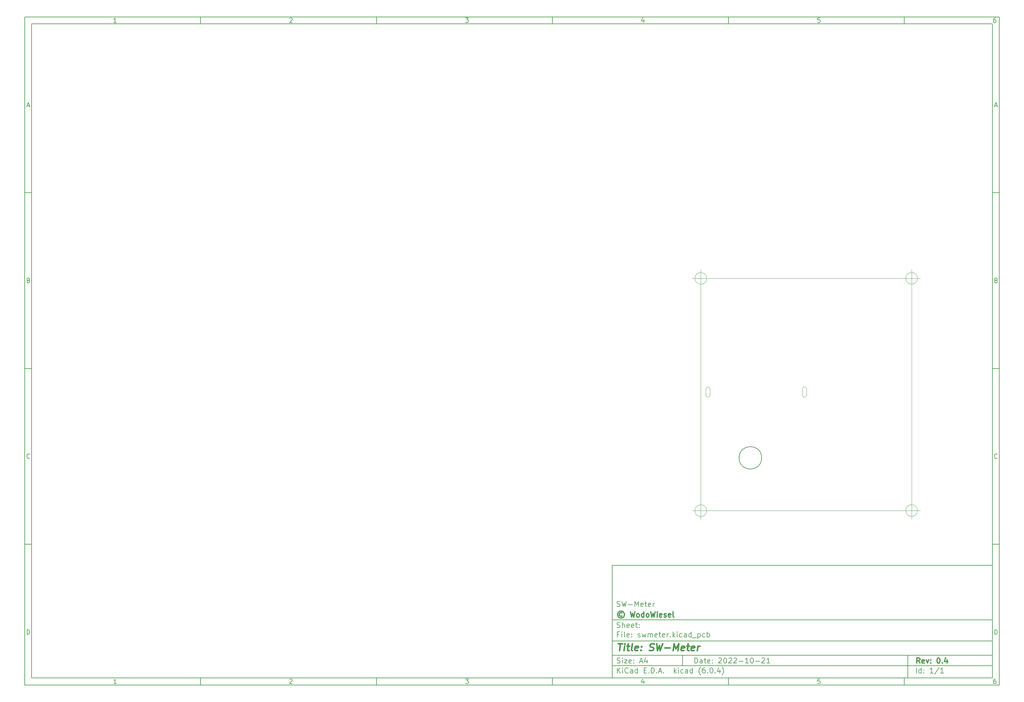
<source format=gbr>
%TF.GenerationSoftware,KiCad,Pcbnew,(6.0.4)*%
%TF.CreationDate,2022-12-17T16:47:49+01:00*%
%TF.ProjectId,swmeter,73776d65-7465-4722-9e6b-696361645f70,0.4*%
%TF.SameCoordinates,PXc0c6960PY8f71310*%
%TF.FileFunction,Other,Comment*%
%FSLAX46Y46*%
G04 Gerber Fmt 4.6, Leading zero omitted, Abs format (unit mm)*
G04 Created by KiCad (PCBNEW (6.0.4)) date 2022-12-17 16:47:49*
%MOMM*%
%LPD*%
G01*
G04 APERTURE LIST*
%ADD10C,0.100000*%
%ADD11C,0.150000*%
%ADD12C,0.300000*%
%ADD13C,0.400000*%
%TA.AperFunction,Profile*%
%ADD14C,0.100000*%
%TD*%
G04 APERTURE END LIST*
D10*
D11*
X-25137800Y-15597200D02*
X-25137800Y-47597200D01*
X82862200Y-47597200D01*
X82862200Y-15597200D01*
X-25137800Y-15597200D01*
D10*
D11*
X-192140000Y140410000D02*
X-192140000Y-49597200D01*
X84862200Y-49597200D01*
X84862200Y140410000D01*
X-192140000Y140410000D01*
D10*
D11*
X-190140000Y138410000D02*
X-190140000Y-47597200D01*
X82862200Y-47597200D01*
X82862200Y138410000D01*
X-190140000Y138410000D01*
D10*
D11*
X-142140000Y138410000D02*
X-142140000Y140410000D01*
D10*
D11*
X-92140000Y138410000D02*
X-92140000Y140410000D01*
D10*
D11*
X-42140000Y138410000D02*
X-42140000Y140410000D01*
D10*
D11*
X7860000Y138410000D02*
X7860000Y140410000D01*
D10*
D11*
X57860000Y138410000D02*
X57860000Y140410000D01*
D10*
D11*
X-166074524Y138821905D02*
X-166817381Y138821905D01*
X-166445953Y138821905D02*
X-166445953Y140121905D01*
X-166569762Y139936191D01*
X-166693572Y139812381D01*
X-166817381Y139750477D01*
D10*
D11*
X-116817381Y139998096D02*
X-116755477Y140060000D01*
X-116631667Y140121905D01*
X-116322143Y140121905D01*
X-116198334Y140060000D01*
X-116136429Y139998096D01*
X-116074524Y139874286D01*
X-116074524Y139750477D01*
X-116136429Y139564762D01*
X-116879286Y138821905D01*
X-116074524Y138821905D01*
D10*
D11*
X-66879286Y140121905D02*
X-66074524Y140121905D01*
X-66507858Y139626667D01*
X-66322143Y139626667D01*
X-66198334Y139564762D01*
X-66136429Y139502858D01*
X-66074524Y139379048D01*
X-66074524Y139069524D01*
X-66136429Y138945715D01*
X-66198334Y138883810D01*
X-66322143Y138821905D01*
X-66693572Y138821905D01*
X-66817381Y138883810D01*
X-66879286Y138945715D01*
D10*
D11*
X-16198334Y139688572D02*
X-16198334Y138821905D01*
X-16507858Y140183810D02*
X-16817381Y139255239D01*
X-16012620Y139255239D01*
D10*
D11*
X33863571Y140121905D02*
X33244523Y140121905D01*
X33182619Y139502858D01*
X33244523Y139564762D01*
X33368333Y139626667D01*
X33677857Y139626667D01*
X33801666Y139564762D01*
X33863571Y139502858D01*
X33925476Y139379048D01*
X33925476Y139069524D01*
X33863571Y138945715D01*
X33801666Y138883810D01*
X33677857Y138821905D01*
X33368333Y138821905D01*
X33244523Y138883810D01*
X33182619Y138945715D01*
D10*
D11*
X83801666Y140121905D02*
X83554047Y140121905D01*
X83430238Y140060000D01*
X83368333Y139998096D01*
X83244523Y139812381D01*
X83182619Y139564762D01*
X83182619Y139069524D01*
X83244523Y138945715D01*
X83306428Y138883810D01*
X83430238Y138821905D01*
X83677857Y138821905D01*
X83801666Y138883810D01*
X83863571Y138945715D01*
X83925476Y139069524D01*
X83925476Y139379048D01*
X83863571Y139502858D01*
X83801666Y139564762D01*
X83677857Y139626667D01*
X83430238Y139626667D01*
X83306428Y139564762D01*
X83244523Y139502858D01*
X83182619Y139379048D01*
D10*
D11*
X-142140000Y-47597200D02*
X-142140000Y-49597200D01*
D10*
D11*
X-92140000Y-47597200D02*
X-92140000Y-49597200D01*
D10*
D11*
X-42140000Y-47597200D02*
X-42140000Y-49597200D01*
D10*
D11*
X7860000Y-47597200D02*
X7860000Y-49597200D01*
D10*
D11*
X57860000Y-47597200D02*
X57860000Y-49597200D01*
D10*
D11*
X-166074524Y-49185295D02*
X-166817381Y-49185295D01*
X-166445953Y-49185295D02*
X-166445953Y-47885295D01*
X-166569762Y-48071009D01*
X-166693572Y-48194819D01*
X-166817381Y-48256723D01*
D10*
D11*
X-116817381Y-48009104D02*
X-116755477Y-47947200D01*
X-116631667Y-47885295D01*
X-116322143Y-47885295D01*
X-116198334Y-47947200D01*
X-116136429Y-48009104D01*
X-116074524Y-48132914D01*
X-116074524Y-48256723D01*
X-116136429Y-48442438D01*
X-116879286Y-49185295D01*
X-116074524Y-49185295D01*
D10*
D11*
X-66879286Y-47885295D02*
X-66074524Y-47885295D01*
X-66507858Y-48380533D01*
X-66322143Y-48380533D01*
X-66198334Y-48442438D01*
X-66136429Y-48504342D01*
X-66074524Y-48628152D01*
X-66074524Y-48937676D01*
X-66136429Y-49061485D01*
X-66198334Y-49123390D01*
X-66322143Y-49185295D01*
X-66693572Y-49185295D01*
X-66817381Y-49123390D01*
X-66879286Y-49061485D01*
D10*
D11*
X-16198334Y-48318628D02*
X-16198334Y-49185295D01*
X-16507858Y-47823390D02*
X-16817381Y-48751961D01*
X-16012620Y-48751961D01*
D10*
D11*
X33863571Y-47885295D02*
X33244523Y-47885295D01*
X33182619Y-48504342D01*
X33244523Y-48442438D01*
X33368333Y-48380533D01*
X33677857Y-48380533D01*
X33801666Y-48442438D01*
X33863571Y-48504342D01*
X33925476Y-48628152D01*
X33925476Y-48937676D01*
X33863571Y-49061485D01*
X33801666Y-49123390D01*
X33677857Y-49185295D01*
X33368333Y-49185295D01*
X33244523Y-49123390D01*
X33182619Y-49061485D01*
D10*
D11*
X83801666Y-47885295D02*
X83554047Y-47885295D01*
X83430238Y-47947200D01*
X83368333Y-48009104D01*
X83244523Y-48194819D01*
X83182619Y-48442438D01*
X83182619Y-48937676D01*
X83244523Y-49061485D01*
X83306428Y-49123390D01*
X83430238Y-49185295D01*
X83677857Y-49185295D01*
X83801666Y-49123390D01*
X83863571Y-49061485D01*
X83925476Y-48937676D01*
X83925476Y-48628152D01*
X83863571Y-48504342D01*
X83801666Y-48442438D01*
X83677857Y-48380533D01*
X83430238Y-48380533D01*
X83306428Y-48442438D01*
X83244523Y-48504342D01*
X83182619Y-48628152D01*
D10*
D11*
X-192140000Y90410000D02*
X-190140000Y90410000D01*
D10*
D11*
X-192140000Y40410000D02*
X-190140000Y40410000D01*
D10*
D11*
X-192140000Y-9590000D02*
X-190140000Y-9590000D01*
D10*
D11*
X-191449524Y115193334D02*
X-190830477Y115193334D01*
X-191573334Y114821905D02*
X-191140000Y116121905D01*
X-190706667Y114821905D01*
D10*
D11*
X-191047143Y65502858D02*
X-190861429Y65440953D01*
X-190799524Y65379048D01*
X-190737620Y65255239D01*
X-190737620Y65069524D01*
X-190799524Y64945715D01*
X-190861429Y64883810D01*
X-190985239Y64821905D01*
X-191480477Y64821905D01*
X-191480477Y66121905D01*
X-191047143Y66121905D01*
X-190923334Y66060000D01*
X-190861429Y65998096D01*
X-190799524Y65874286D01*
X-190799524Y65750477D01*
X-190861429Y65626667D01*
X-190923334Y65564762D01*
X-191047143Y65502858D01*
X-191480477Y65502858D01*
D10*
D11*
X-190737620Y14945715D02*
X-190799524Y14883810D01*
X-190985239Y14821905D01*
X-191109048Y14821905D01*
X-191294762Y14883810D01*
X-191418572Y15007620D01*
X-191480477Y15131429D01*
X-191542381Y15379048D01*
X-191542381Y15564762D01*
X-191480477Y15812381D01*
X-191418572Y15936191D01*
X-191294762Y16060000D01*
X-191109048Y16121905D01*
X-190985239Y16121905D01*
X-190799524Y16060000D01*
X-190737620Y15998096D01*
D10*
D11*
X-191480477Y-35178095D02*
X-191480477Y-33878095D01*
X-191170953Y-33878095D01*
X-190985239Y-33940000D01*
X-190861429Y-34063809D01*
X-190799524Y-34187619D01*
X-190737620Y-34435238D01*
X-190737620Y-34620952D01*
X-190799524Y-34868571D01*
X-190861429Y-34992380D01*
X-190985239Y-35116190D01*
X-191170953Y-35178095D01*
X-191480477Y-35178095D01*
D10*
D11*
X84862200Y90410000D02*
X82862200Y90410000D01*
D10*
D11*
X84862200Y40410000D02*
X82862200Y40410000D01*
D10*
D11*
X84862200Y-9590000D02*
X82862200Y-9590000D01*
D10*
D11*
X83552676Y115193334D02*
X84171723Y115193334D01*
X83428866Y114821905D02*
X83862200Y116121905D01*
X84295533Y114821905D01*
D10*
D11*
X83955057Y65502858D02*
X84140771Y65440953D01*
X84202676Y65379048D01*
X84264580Y65255239D01*
X84264580Y65069524D01*
X84202676Y64945715D01*
X84140771Y64883810D01*
X84016961Y64821905D01*
X83521723Y64821905D01*
X83521723Y66121905D01*
X83955057Y66121905D01*
X84078866Y66060000D01*
X84140771Y65998096D01*
X84202676Y65874286D01*
X84202676Y65750477D01*
X84140771Y65626667D01*
X84078866Y65564762D01*
X83955057Y65502858D01*
X83521723Y65502858D01*
D10*
D11*
X84264580Y14945715D02*
X84202676Y14883810D01*
X84016961Y14821905D01*
X83893152Y14821905D01*
X83707438Y14883810D01*
X83583628Y15007620D01*
X83521723Y15131429D01*
X83459819Y15379048D01*
X83459819Y15564762D01*
X83521723Y15812381D01*
X83583628Y15936191D01*
X83707438Y16060000D01*
X83893152Y16121905D01*
X84016961Y16121905D01*
X84202676Y16060000D01*
X84264580Y15998096D01*
D10*
D11*
X83521723Y-35178095D02*
X83521723Y-33878095D01*
X83831247Y-33878095D01*
X84016961Y-33940000D01*
X84140771Y-34063809D01*
X84202676Y-34187619D01*
X84264580Y-34435238D01*
X84264580Y-34620952D01*
X84202676Y-34868571D01*
X84140771Y-34992380D01*
X84016961Y-35116190D01*
X83831247Y-35178095D01*
X83521723Y-35178095D01*
D10*
D11*
X-1705658Y-43375771D02*
X-1705658Y-41875771D01*
X-1348515Y-41875771D01*
X-1134229Y-41947200D01*
X-991372Y-42090057D01*
X-919943Y-42232914D01*
X-848515Y-42518628D01*
X-848515Y-42732914D01*
X-919943Y-43018628D01*
X-991372Y-43161485D01*
X-1134229Y-43304342D01*
X-1348515Y-43375771D01*
X-1705658Y-43375771D01*
X437200Y-43375771D02*
X437200Y-42590057D01*
X365771Y-42447200D01*
X222914Y-42375771D01*
X-62800Y-42375771D01*
X-205658Y-42447200D01*
X437200Y-43304342D02*
X294342Y-43375771D01*
X-62800Y-43375771D01*
X-205658Y-43304342D01*
X-277086Y-43161485D01*
X-277086Y-43018628D01*
X-205658Y-42875771D01*
X-62800Y-42804342D01*
X294342Y-42804342D01*
X437200Y-42732914D01*
X937200Y-42375771D02*
X1508628Y-42375771D01*
X1151485Y-41875771D02*
X1151485Y-43161485D01*
X1222914Y-43304342D01*
X1365771Y-43375771D01*
X1508628Y-43375771D01*
X2580057Y-43304342D02*
X2437200Y-43375771D01*
X2151485Y-43375771D01*
X2008628Y-43304342D01*
X1937200Y-43161485D01*
X1937200Y-42590057D01*
X2008628Y-42447200D01*
X2151485Y-42375771D01*
X2437200Y-42375771D01*
X2580057Y-42447200D01*
X2651485Y-42590057D01*
X2651485Y-42732914D01*
X1937200Y-42875771D01*
X3294342Y-43232914D02*
X3365771Y-43304342D01*
X3294342Y-43375771D01*
X3222914Y-43304342D01*
X3294342Y-43232914D01*
X3294342Y-43375771D01*
X3294342Y-42447200D02*
X3365771Y-42518628D01*
X3294342Y-42590057D01*
X3222914Y-42518628D01*
X3294342Y-42447200D01*
X3294342Y-42590057D01*
X5080057Y-42018628D02*
X5151485Y-41947200D01*
X5294342Y-41875771D01*
X5651485Y-41875771D01*
X5794342Y-41947200D01*
X5865771Y-42018628D01*
X5937200Y-42161485D01*
X5937200Y-42304342D01*
X5865771Y-42518628D01*
X5008628Y-43375771D01*
X5937200Y-43375771D01*
X6865771Y-41875771D02*
X7008628Y-41875771D01*
X7151485Y-41947200D01*
X7222914Y-42018628D01*
X7294342Y-42161485D01*
X7365771Y-42447200D01*
X7365771Y-42804342D01*
X7294342Y-43090057D01*
X7222914Y-43232914D01*
X7151485Y-43304342D01*
X7008628Y-43375771D01*
X6865771Y-43375771D01*
X6722914Y-43304342D01*
X6651485Y-43232914D01*
X6580057Y-43090057D01*
X6508628Y-42804342D01*
X6508628Y-42447200D01*
X6580057Y-42161485D01*
X6651485Y-42018628D01*
X6722914Y-41947200D01*
X6865771Y-41875771D01*
X7937200Y-42018628D02*
X8008628Y-41947200D01*
X8151485Y-41875771D01*
X8508628Y-41875771D01*
X8651485Y-41947200D01*
X8722914Y-42018628D01*
X8794342Y-42161485D01*
X8794342Y-42304342D01*
X8722914Y-42518628D01*
X7865771Y-43375771D01*
X8794342Y-43375771D01*
X9365771Y-42018628D02*
X9437200Y-41947200D01*
X9580057Y-41875771D01*
X9937200Y-41875771D01*
X10080057Y-41947200D01*
X10151485Y-42018628D01*
X10222914Y-42161485D01*
X10222914Y-42304342D01*
X10151485Y-42518628D01*
X9294342Y-43375771D01*
X10222914Y-43375771D01*
X10865771Y-42804342D02*
X12008628Y-42804342D01*
X13508628Y-43375771D02*
X12651485Y-43375771D01*
X13080057Y-43375771D02*
X13080057Y-41875771D01*
X12937200Y-42090057D01*
X12794342Y-42232914D01*
X12651485Y-42304342D01*
X14437200Y-41875771D02*
X14580057Y-41875771D01*
X14722914Y-41947200D01*
X14794342Y-42018628D01*
X14865771Y-42161485D01*
X14937200Y-42447200D01*
X14937200Y-42804342D01*
X14865771Y-43090057D01*
X14794342Y-43232914D01*
X14722914Y-43304342D01*
X14580057Y-43375771D01*
X14437200Y-43375771D01*
X14294342Y-43304342D01*
X14222914Y-43232914D01*
X14151485Y-43090057D01*
X14080057Y-42804342D01*
X14080057Y-42447200D01*
X14151485Y-42161485D01*
X14222914Y-42018628D01*
X14294342Y-41947200D01*
X14437200Y-41875771D01*
X15580057Y-42804342D02*
X16722914Y-42804342D01*
X17365771Y-42018628D02*
X17437200Y-41947200D01*
X17580057Y-41875771D01*
X17937200Y-41875771D01*
X18080057Y-41947200D01*
X18151485Y-42018628D01*
X18222914Y-42161485D01*
X18222914Y-42304342D01*
X18151485Y-42518628D01*
X17294342Y-43375771D01*
X18222914Y-43375771D01*
X19651485Y-43375771D02*
X18794342Y-43375771D01*
X19222914Y-43375771D02*
X19222914Y-41875771D01*
X19080057Y-42090057D01*
X18937200Y-42232914D01*
X18794342Y-42304342D01*
D10*
D11*
X-25137800Y-44097200D02*
X82862200Y-44097200D01*
D10*
D11*
X-23705658Y-46175771D02*
X-23705658Y-44675771D01*
X-22848515Y-46175771D02*
X-23491372Y-45318628D01*
X-22848515Y-44675771D02*
X-23705658Y-45532914D01*
X-22205658Y-46175771D02*
X-22205658Y-45175771D01*
X-22205658Y-44675771D02*
X-22277086Y-44747200D01*
X-22205658Y-44818628D01*
X-22134229Y-44747200D01*
X-22205658Y-44675771D01*
X-22205658Y-44818628D01*
X-20634229Y-46032914D02*
X-20705658Y-46104342D01*
X-20919943Y-46175771D01*
X-21062800Y-46175771D01*
X-21277086Y-46104342D01*
X-21419943Y-45961485D01*
X-21491372Y-45818628D01*
X-21562800Y-45532914D01*
X-21562800Y-45318628D01*
X-21491372Y-45032914D01*
X-21419943Y-44890057D01*
X-21277086Y-44747200D01*
X-21062800Y-44675771D01*
X-20919943Y-44675771D01*
X-20705658Y-44747200D01*
X-20634229Y-44818628D01*
X-19348515Y-46175771D02*
X-19348515Y-45390057D01*
X-19419943Y-45247200D01*
X-19562800Y-45175771D01*
X-19848515Y-45175771D01*
X-19991372Y-45247200D01*
X-19348515Y-46104342D02*
X-19491372Y-46175771D01*
X-19848515Y-46175771D01*
X-19991372Y-46104342D01*
X-20062800Y-45961485D01*
X-20062800Y-45818628D01*
X-19991372Y-45675771D01*
X-19848515Y-45604342D01*
X-19491372Y-45604342D01*
X-19348515Y-45532914D01*
X-17991372Y-46175771D02*
X-17991372Y-44675771D01*
X-17991372Y-46104342D02*
X-18134229Y-46175771D01*
X-18419943Y-46175771D01*
X-18562800Y-46104342D01*
X-18634229Y-46032914D01*
X-18705658Y-45890057D01*
X-18705658Y-45461485D01*
X-18634229Y-45318628D01*
X-18562800Y-45247200D01*
X-18419943Y-45175771D01*
X-18134229Y-45175771D01*
X-17991372Y-45247200D01*
X-16134229Y-45390057D02*
X-15634229Y-45390057D01*
X-15419943Y-46175771D02*
X-16134229Y-46175771D01*
X-16134229Y-44675771D01*
X-15419943Y-44675771D01*
X-14777086Y-46032914D02*
X-14705658Y-46104342D01*
X-14777086Y-46175771D01*
X-14848515Y-46104342D01*
X-14777086Y-46032914D01*
X-14777086Y-46175771D01*
X-14062800Y-46175771D02*
X-14062800Y-44675771D01*
X-13705658Y-44675771D01*
X-13491372Y-44747200D01*
X-13348515Y-44890057D01*
X-13277086Y-45032914D01*
X-13205658Y-45318628D01*
X-13205658Y-45532914D01*
X-13277086Y-45818628D01*
X-13348515Y-45961485D01*
X-13491372Y-46104342D01*
X-13705658Y-46175771D01*
X-14062800Y-46175771D01*
X-12562800Y-46032914D02*
X-12491372Y-46104342D01*
X-12562800Y-46175771D01*
X-12634229Y-46104342D01*
X-12562800Y-46032914D01*
X-12562800Y-46175771D01*
X-11919943Y-45747200D02*
X-11205658Y-45747200D01*
X-12062800Y-46175771D02*
X-11562800Y-44675771D01*
X-11062800Y-46175771D01*
X-10562800Y-46032914D02*
X-10491372Y-46104342D01*
X-10562800Y-46175771D01*
X-10634229Y-46104342D01*
X-10562800Y-46032914D01*
X-10562800Y-46175771D01*
X-7562800Y-46175771D02*
X-7562800Y-44675771D01*
X-7419943Y-45604342D02*
X-6991372Y-46175771D01*
X-6991372Y-45175771D02*
X-7562800Y-45747200D01*
X-6348515Y-46175771D02*
X-6348515Y-45175771D01*
X-6348515Y-44675771D02*
X-6419943Y-44747200D01*
X-6348515Y-44818628D01*
X-6277086Y-44747200D01*
X-6348515Y-44675771D01*
X-6348515Y-44818628D01*
X-4991372Y-46104342D02*
X-5134229Y-46175771D01*
X-5419943Y-46175771D01*
X-5562800Y-46104342D01*
X-5634229Y-46032914D01*
X-5705658Y-45890057D01*
X-5705658Y-45461485D01*
X-5634229Y-45318628D01*
X-5562800Y-45247200D01*
X-5419943Y-45175771D01*
X-5134229Y-45175771D01*
X-4991372Y-45247200D01*
X-3705658Y-46175771D02*
X-3705658Y-45390057D01*
X-3777086Y-45247200D01*
X-3919943Y-45175771D01*
X-4205658Y-45175771D01*
X-4348515Y-45247200D01*
X-3705658Y-46104342D02*
X-3848515Y-46175771D01*
X-4205658Y-46175771D01*
X-4348515Y-46104342D01*
X-4419943Y-45961485D01*
X-4419943Y-45818628D01*
X-4348515Y-45675771D01*
X-4205658Y-45604342D01*
X-3848515Y-45604342D01*
X-3705658Y-45532914D01*
X-2348515Y-46175771D02*
X-2348515Y-44675771D01*
X-2348515Y-46104342D02*
X-2491372Y-46175771D01*
X-2777086Y-46175771D01*
X-2919943Y-46104342D01*
X-2991372Y-46032914D01*
X-3062800Y-45890057D01*
X-3062800Y-45461485D01*
X-2991372Y-45318628D01*
X-2919943Y-45247200D01*
X-2777086Y-45175771D01*
X-2491372Y-45175771D01*
X-2348515Y-45247200D01*
X-62800Y-46747200D02*
X-134229Y-46675771D01*
X-277086Y-46461485D01*
X-348515Y-46318628D01*
X-419943Y-46104342D01*
X-491372Y-45747200D01*
X-491372Y-45461485D01*
X-419943Y-45104342D01*
X-348515Y-44890057D01*
X-277086Y-44747200D01*
X-134229Y-44532914D01*
X-62800Y-44461485D01*
X1151485Y-44675771D02*
X865771Y-44675771D01*
X722914Y-44747200D01*
X651485Y-44818628D01*
X508628Y-45032914D01*
X437200Y-45318628D01*
X437200Y-45890057D01*
X508628Y-46032914D01*
X580057Y-46104342D01*
X722914Y-46175771D01*
X1008628Y-46175771D01*
X1151485Y-46104342D01*
X1222914Y-46032914D01*
X1294342Y-45890057D01*
X1294342Y-45532914D01*
X1222914Y-45390057D01*
X1151485Y-45318628D01*
X1008628Y-45247200D01*
X722914Y-45247200D01*
X580057Y-45318628D01*
X508628Y-45390057D01*
X437200Y-45532914D01*
X1937200Y-46032914D02*
X2008628Y-46104342D01*
X1937200Y-46175771D01*
X1865771Y-46104342D01*
X1937200Y-46032914D01*
X1937200Y-46175771D01*
X2937200Y-44675771D02*
X3080057Y-44675771D01*
X3222914Y-44747200D01*
X3294342Y-44818628D01*
X3365771Y-44961485D01*
X3437200Y-45247200D01*
X3437200Y-45604342D01*
X3365771Y-45890057D01*
X3294342Y-46032914D01*
X3222914Y-46104342D01*
X3080057Y-46175771D01*
X2937200Y-46175771D01*
X2794342Y-46104342D01*
X2722914Y-46032914D01*
X2651485Y-45890057D01*
X2580057Y-45604342D01*
X2580057Y-45247200D01*
X2651485Y-44961485D01*
X2722914Y-44818628D01*
X2794342Y-44747200D01*
X2937200Y-44675771D01*
X4080057Y-46032914D02*
X4151485Y-46104342D01*
X4080057Y-46175771D01*
X4008628Y-46104342D01*
X4080057Y-46032914D01*
X4080057Y-46175771D01*
X5437200Y-45175771D02*
X5437200Y-46175771D01*
X5080057Y-44604342D02*
X4722914Y-45675771D01*
X5651485Y-45675771D01*
X6080057Y-46747200D02*
X6151485Y-46675771D01*
X6294342Y-46461485D01*
X6365771Y-46318628D01*
X6437200Y-46104342D01*
X6508628Y-45747200D01*
X6508628Y-45461485D01*
X6437200Y-45104342D01*
X6365771Y-44890057D01*
X6294342Y-44747200D01*
X6151485Y-44532914D01*
X6080057Y-44461485D01*
D10*
D11*
X-25137800Y-41097200D02*
X82862200Y-41097200D01*
D10*
D12*
X62271485Y-43375771D02*
X61771485Y-42661485D01*
X61414342Y-43375771D02*
X61414342Y-41875771D01*
X61985771Y-41875771D01*
X62128628Y-41947200D01*
X62200057Y-42018628D01*
X62271485Y-42161485D01*
X62271485Y-42375771D01*
X62200057Y-42518628D01*
X62128628Y-42590057D01*
X61985771Y-42661485D01*
X61414342Y-42661485D01*
X63485771Y-43304342D02*
X63342914Y-43375771D01*
X63057200Y-43375771D01*
X62914342Y-43304342D01*
X62842914Y-43161485D01*
X62842914Y-42590057D01*
X62914342Y-42447200D01*
X63057200Y-42375771D01*
X63342914Y-42375771D01*
X63485771Y-42447200D01*
X63557200Y-42590057D01*
X63557200Y-42732914D01*
X62842914Y-42875771D01*
X64057200Y-42375771D02*
X64414342Y-43375771D01*
X64771485Y-42375771D01*
X65342914Y-43232914D02*
X65414342Y-43304342D01*
X65342914Y-43375771D01*
X65271485Y-43304342D01*
X65342914Y-43232914D01*
X65342914Y-43375771D01*
X65342914Y-42447200D02*
X65414342Y-42518628D01*
X65342914Y-42590057D01*
X65271485Y-42518628D01*
X65342914Y-42447200D01*
X65342914Y-42590057D01*
X67485771Y-41875771D02*
X67628628Y-41875771D01*
X67771485Y-41947200D01*
X67842914Y-42018628D01*
X67914342Y-42161485D01*
X67985771Y-42447200D01*
X67985771Y-42804342D01*
X67914342Y-43090057D01*
X67842914Y-43232914D01*
X67771485Y-43304342D01*
X67628628Y-43375771D01*
X67485771Y-43375771D01*
X67342914Y-43304342D01*
X67271485Y-43232914D01*
X67200057Y-43090057D01*
X67128628Y-42804342D01*
X67128628Y-42447200D01*
X67200057Y-42161485D01*
X67271485Y-42018628D01*
X67342914Y-41947200D01*
X67485771Y-41875771D01*
X68628628Y-43232914D02*
X68700057Y-43304342D01*
X68628628Y-43375771D01*
X68557200Y-43304342D01*
X68628628Y-43232914D01*
X68628628Y-43375771D01*
X69985771Y-42375771D02*
X69985771Y-43375771D01*
X69628628Y-41804342D02*
X69271485Y-42875771D01*
X70200057Y-42875771D01*
D10*
D11*
X-23777086Y-43304342D02*
X-23562800Y-43375771D01*
X-23205658Y-43375771D01*
X-23062800Y-43304342D01*
X-22991372Y-43232914D01*
X-22919943Y-43090057D01*
X-22919943Y-42947200D01*
X-22991372Y-42804342D01*
X-23062800Y-42732914D01*
X-23205658Y-42661485D01*
X-23491372Y-42590057D01*
X-23634229Y-42518628D01*
X-23705658Y-42447200D01*
X-23777086Y-42304342D01*
X-23777086Y-42161485D01*
X-23705658Y-42018628D01*
X-23634229Y-41947200D01*
X-23491372Y-41875771D01*
X-23134229Y-41875771D01*
X-22919943Y-41947200D01*
X-22277086Y-43375771D02*
X-22277086Y-42375771D01*
X-22277086Y-41875771D02*
X-22348515Y-41947200D01*
X-22277086Y-42018628D01*
X-22205658Y-41947200D01*
X-22277086Y-41875771D01*
X-22277086Y-42018628D01*
X-21705658Y-42375771D02*
X-20919943Y-42375771D01*
X-21705658Y-43375771D01*
X-20919943Y-43375771D01*
X-19777086Y-43304342D02*
X-19919943Y-43375771D01*
X-20205658Y-43375771D01*
X-20348515Y-43304342D01*
X-20419943Y-43161485D01*
X-20419943Y-42590057D01*
X-20348515Y-42447200D01*
X-20205658Y-42375771D01*
X-19919943Y-42375771D01*
X-19777086Y-42447200D01*
X-19705658Y-42590057D01*
X-19705658Y-42732914D01*
X-20419943Y-42875771D01*
X-19062800Y-43232914D02*
X-18991372Y-43304342D01*
X-19062800Y-43375771D01*
X-19134229Y-43304342D01*
X-19062800Y-43232914D01*
X-19062800Y-43375771D01*
X-19062800Y-42447200D02*
X-18991372Y-42518628D01*
X-19062800Y-42590057D01*
X-19134229Y-42518628D01*
X-19062800Y-42447200D01*
X-19062800Y-42590057D01*
X-17277086Y-42947200D02*
X-16562800Y-42947200D01*
X-17419943Y-43375771D02*
X-16919943Y-41875771D01*
X-16419943Y-43375771D01*
X-15277086Y-42375771D02*
X-15277086Y-43375771D01*
X-15634229Y-41804342D02*
X-15991372Y-42875771D01*
X-15062800Y-42875771D01*
D10*
D11*
X61294342Y-46175771D02*
X61294342Y-44675771D01*
X62651485Y-46175771D02*
X62651485Y-44675771D01*
X62651485Y-46104342D02*
X62508628Y-46175771D01*
X62222914Y-46175771D01*
X62080057Y-46104342D01*
X62008628Y-46032914D01*
X61937200Y-45890057D01*
X61937200Y-45461485D01*
X62008628Y-45318628D01*
X62080057Y-45247200D01*
X62222914Y-45175771D01*
X62508628Y-45175771D01*
X62651485Y-45247200D01*
X63365771Y-46032914D02*
X63437200Y-46104342D01*
X63365771Y-46175771D01*
X63294342Y-46104342D01*
X63365771Y-46032914D01*
X63365771Y-46175771D01*
X63365771Y-45247200D02*
X63437200Y-45318628D01*
X63365771Y-45390057D01*
X63294342Y-45318628D01*
X63365771Y-45247200D01*
X63365771Y-45390057D01*
X66008628Y-46175771D02*
X65151485Y-46175771D01*
X65580057Y-46175771D02*
X65580057Y-44675771D01*
X65437200Y-44890057D01*
X65294342Y-45032914D01*
X65151485Y-45104342D01*
X67722914Y-44604342D02*
X66437200Y-46532914D01*
X69008628Y-46175771D02*
X68151485Y-46175771D01*
X68580057Y-46175771D02*
X68580057Y-44675771D01*
X68437200Y-44890057D01*
X68294342Y-45032914D01*
X68151485Y-45104342D01*
D10*
D11*
X-25137800Y-37097200D02*
X82862200Y-37097200D01*
D10*
D13*
X-23425420Y-37801961D02*
X-22282562Y-37801961D01*
X-23103991Y-39801961D02*
X-22853991Y-37801961D01*
X-21865896Y-39801961D02*
X-21699229Y-38468628D01*
X-21615896Y-37801961D02*
X-21723039Y-37897200D01*
X-21639705Y-37992438D01*
X-21532562Y-37897200D01*
X-21615896Y-37801961D01*
X-21639705Y-37992438D01*
X-21032562Y-38468628D02*
X-20270658Y-38468628D01*
X-20663515Y-37801961D02*
X-20877800Y-39516247D01*
X-20806372Y-39706723D01*
X-20627800Y-39801961D01*
X-20437324Y-39801961D01*
X-19484943Y-39801961D02*
X-19663515Y-39706723D01*
X-19734943Y-39516247D01*
X-19520658Y-37801961D01*
X-17949229Y-39706723D02*
X-18151610Y-39801961D01*
X-18532562Y-39801961D01*
X-18711134Y-39706723D01*
X-18782562Y-39516247D01*
X-18687324Y-38754342D01*
X-18568277Y-38563866D01*
X-18365896Y-38468628D01*
X-17984943Y-38468628D01*
X-17806372Y-38563866D01*
X-17734943Y-38754342D01*
X-17758753Y-38944819D01*
X-18734943Y-39135295D01*
X-16984943Y-39611485D02*
X-16901610Y-39706723D01*
X-17008753Y-39801961D01*
X-17092086Y-39706723D01*
X-16984943Y-39611485D01*
X-17008753Y-39801961D01*
X-16853991Y-38563866D02*
X-16770658Y-38659104D01*
X-16877800Y-38754342D01*
X-16961134Y-38659104D01*
X-16853991Y-38563866D01*
X-16877800Y-38754342D01*
X-14615896Y-39706723D02*
X-14342086Y-39801961D01*
X-13865896Y-39801961D01*
X-13663515Y-39706723D01*
X-13556372Y-39611485D01*
X-13437324Y-39421009D01*
X-13413515Y-39230533D01*
X-13484943Y-39040057D01*
X-13568277Y-38944819D01*
X-13746848Y-38849580D01*
X-14115896Y-38754342D01*
X-14294467Y-38659104D01*
X-14377800Y-38563866D01*
X-14449229Y-38373390D01*
X-14425420Y-38182914D01*
X-14306372Y-37992438D01*
X-14199229Y-37897200D01*
X-13996848Y-37801961D01*
X-13520658Y-37801961D01*
X-13246848Y-37897200D01*
X-12568277Y-37801961D02*
X-12342086Y-39801961D01*
X-11782562Y-38373390D01*
X-11580181Y-39801961D01*
X-10853991Y-37801961D01*
X-10246848Y-39040057D02*
X-8723039Y-39040057D01*
X-7865896Y-39801961D02*
X-7615896Y-37801961D01*
X-7127800Y-39230533D01*
X-6282562Y-37801961D01*
X-6532562Y-39801961D01*
X-4806372Y-39706723D02*
X-5008753Y-39801961D01*
X-5389705Y-39801961D01*
X-5568277Y-39706723D01*
X-5639705Y-39516247D01*
X-5544467Y-38754342D01*
X-5425420Y-38563866D01*
X-5223039Y-38468628D01*
X-4842086Y-38468628D01*
X-4663515Y-38563866D01*
X-4592086Y-38754342D01*
X-4615896Y-38944819D01*
X-5592086Y-39135295D01*
X-3984943Y-38468628D02*
X-3223039Y-38468628D01*
X-3615896Y-37801961D02*
X-3830181Y-39516247D01*
X-3758753Y-39706723D01*
X-3580181Y-39801961D01*
X-3389705Y-39801961D01*
X-1949229Y-39706723D02*
X-2151610Y-39801961D01*
X-2532562Y-39801961D01*
X-2711134Y-39706723D01*
X-2782562Y-39516247D01*
X-2687324Y-38754342D01*
X-2568277Y-38563866D01*
X-2365896Y-38468628D01*
X-1984943Y-38468628D01*
X-1806372Y-38563866D01*
X-1734943Y-38754342D01*
X-1758753Y-38944819D01*
X-2734943Y-39135295D01*
X-1008753Y-39801961D02*
X-842086Y-38468628D01*
X-889705Y-38849580D02*
X-770658Y-38659104D01*
X-663515Y-38563866D01*
X-461134Y-38468628D01*
X-270658Y-38468628D01*
D10*
D11*
X-23205658Y-35190057D02*
X-23705658Y-35190057D01*
X-23705658Y-35975771D02*
X-23705658Y-34475771D01*
X-22991372Y-34475771D01*
X-22419943Y-35975771D02*
X-22419943Y-34975771D01*
X-22419943Y-34475771D02*
X-22491372Y-34547200D01*
X-22419943Y-34618628D01*
X-22348515Y-34547200D01*
X-22419943Y-34475771D01*
X-22419943Y-34618628D01*
X-21491372Y-35975771D02*
X-21634229Y-35904342D01*
X-21705658Y-35761485D01*
X-21705658Y-34475771D01*
X-20348515Y-35904342D02*
X-20491372Y-35975771D01*
X-20777086Y-35975771D01*
X-20919943Y-35904342D01*
X-20991372Y-35761485D01*
X-20991372Y-35190057D01*
X-20919943Y-35047200D01*
X-20777086Y-34975771D01*
X-20491372Y-34975771D01*
X-20348515Y-35047200D01*
X-20277086Y-35190057D01*
X-20277086Y-35332914D01*
X-20991372Y-35475771D01*
X-19634229Y-35832914D02*
X-19562800Y-35904342D01*
X-19634229Y-35975771D01*
X-19705658Y-35904342D01*
X-19634229Y-35832914D01*
X-19634229Y-35975771D01*
X-19634229Y-35047200D02*
X-19562800Y-35118628D01*
X-19634229Y-35190057D01*
X-19705658Y-35118628D01*
X-19634229Y-35047200D01*
X-19634229Y-35190057D01*
X-17848515Y-35904342D02*
X-17705658Y-35975771D01*
X-17419943Y-35975771D01*
X-17277086Y-35904342D01*
X-17205658Y-35761485D01*
X-17205658Y-35690057D01*
X-17277086Y-35547200D01*
X-17419943Y-35475771D01*
X-17634229Y-35475771D01*
X-17777086Y-35404342D01*
X-17848515Y-35261485D01*
X-17848515Y-35190057D01*
X-17777086Y-35047200D01*
X-17634229Y-34975771D01*
X-17419943Y-34975771D01*
X-17277086Y-35047200D01*
X-16705658Y-34975771D02*
X-16419943Y-35975771D01*
X-16134229Y-35261485D01*
X-15848515Y-35975771D01*
X-15562800Y-34975771D01*
X-14991372Y-35975771D02*
X-14991372Y-34975771D01*
X-14991372Y-35118628D02*
X-14919943Y-35047200D01*
X-14777086Y-34975771D01*
X-14562800Y-34975771D01*
X-14419943Y-35047200D01*
X-14348515Y-35190057D01*
X-14348515Y-35975771D01*
X-14348515Y-35190057D02*
X-14277086Y-35047200D01*
X-14134229Y-34975771D01*
X-13919943Y-34975771D01*
X-13777086Y-35047200D01*
X-13705658Y-35190057D01*
X-13705658Y-35975771D01*
X-12419943Y-35904342D02*
X-12562800Y-35975771D01*
X-12848515Y-35975771D01*
X-12991372Y-35904342D01*
X-13062800Y-35761485D01*
X-13062800Y-35190057D01*
X-12991372Y-35047200D01*
X-12848515Y-34975771D01*
X-12562800Y-34975771D01*
X-12419943Y-35047200D01*
X-12348515Y-35190057D01*
X-12348515Y-35332914D01*
X-13062800Y-35475771D01*
X-11919943Y-34975771D02*
X-11348515Y-34975771D01*
X-11705658Y-34475771D02*
X-11705658Y-35761485D01*
X-11634229Y-35904342D01*
X-11491372Y-35975771D01*
X-11348515Y-35975771D01*
X-10277086Y-35904342D02*
X-10419943Y-35975771D01*
X-10705658Y-35975771D01*
X-10848515Y-35904342D01*
X-10919943Y-35761485D01*
X-10919943Y-35190057D01*
X-10848515Y-35047200D01*
X-10705658Y-34975771D01*
X-10419943Y-34975771D01*
X-10277086Y-35047200D01*
X-10205658Y-35190057D01*
X-10205658Y-35332914D01*
X-10919943Y-35475771D01*
X-9562800Y-35975771D02*
X-9562800Y-34975771D01*
X-9562800Y-35261485D02*
X-9491372Y-35118628D01*
X-9419943Y-35047200D01*
X-9277086Y-34975771D01*
X-9134229Y-34975771D01*
X-8634229Y-35832914D02*
X-8562800Y-35904342D01*
X-8634229Y-35975771D01*
X-8705658Y-35904342D01*
X-8634229Y-35832914D01*
X-8634229Y-35975771D01*
X-7919943Y-35975771D02*
X-7919943Y-34475771D01*
X-7777086Y-35404342D02*
X-7348515Y-35975771D01*
X-7348515Y-34975771D02*
X-7919943Y-35547200D01*
X-6705658Y-35975771D02*
X-6705658Y-34975771D01*
X-6705658Y-34475771D02*
X-6777086Y-34547200D01*
X-6705658Y-34618628D01*
X-6634229Y-34547200D01*
X-6705658Y-34475771D01*
X-6705658Y-34618628D01*
X-5348515Y-35904342D02*
X-5491372Y-35975771D01*
X-5777086Y-35975771D01*
X-5919943Y-35904342D01*
X-5991372Y-35832914D01*
X-6062800Y-35690057D01*
X-6062800Y-35261485D01*
X-5991372Y-35118628D01*
X-5919943Y-35047200D01*
X-5777086Y-34975771D01*
X-5491372Y-34975771D01*
X-5348515Y-35047200D01*
X-4062800Y-35975771D02*
X-4062800Y-35190057D01*
X-4134229Y-35047200D01*
X-4277086Y-34975771D01*
X-4562800Y-34975771D01*
X-4705658Y-35047200D01*
X-4062800Y-35904342D02*
X-4205658Y-35975771D01*
X-4562800Y-35975771D01*
X-4705658Y-35904342D01*
X-4777086Y-35761485D01*
X-4777086Y-35618628D01*
X-4705658Y-35475771D01*
X-4562800Y-35404342D01*
X-4205658Y-35404342D01*
X-4062800Y-35332914D01*
X-2705658Y-35975771D02*
X-2705658Y-34475771D01*
X-2705658Y-35904342D02*
X-2848515Y-35975771D01*
X-3134229Y-35975771D01*
X-3277086Y-35904342D01*
X-3348515Y-35832914D01*
X-3419943Y-35690057D01*
X-3419943Y-35261485D01*
X-3348515Y-35118628D01*
X-3277086Y-35047200D01*
X-3134229Y-34975771D01*
X-2848515Y-34975771D01*
X-2705658Y-35047200D01*
X-2348515Y-36118628D02*
X-1205658Y-36118628D01*
X-848515Y-34975771D02*
X-848515Y-36475771D01*
X-848515Y-35047200D02*
X-705658Y-34975771D01*
X-419943Y-34975771D01*
X-277086Y-35047200D01*
X-205658Y-35118628D01*
X-134229Y-35261485D01*
X-134229Y-35690057D01*
X-205658Y-35832914D01*
X-277086Y-35904342D01*
X-419943Y-35975771D01*
X-705658Y-35975771D01*
X-848515Y-35904342D01*
X1151485Y-35904342D02*
X1008628Y-35975771D01*
X722914Y-35975771D01*
X580057Y-35904342D01*
X508628Y-35832914D01*
X437200Y-35690057D01*
X437200Y-35261485D01*
X508628Y-35118628D01*
X580057Y-35047200D01*
X722914Y-34975771D01*
X1008628Y-34975771D01*
X1151485Y-35047200D01*
X1794342Y-35975771D02*
X1794342Y-34475771D01*
X1794342Y-35047200D02*
X1937200Y-34975771D01*
X2222914Y-34975771D01*
X2365771Y-35047200D01*
X2437200Y-35118628D01*
X2508628Y-35261485D01*
X2508628Y-35690057D01*
X2437200Y-35832914D01*
X2365771Y-35904342D01*
X2222914Y-35975771D01*
X1937200Y-35975771D01*
X1794342Y-35904342D01*
D10*
D11*
X-25137800Y-31097200D02*
X82862200Y-31097200D01*
D10*
D11*
X-23777086Y-33204342D02*
X-23562800Y-33275771D01*
X-23205658Y-33275771D01*
X-23062800Y-33204342D01*
X-22991372Y-33132914D01*
X-22919943Y-32990057D01*
X-22919943Y-32847200D01*
X-22991372Y-32704342D01*
X-23062800Y-32632914D01*
X-23205658Y-32561485D01*
X-23491372Y-32490057D01*
X-23634229Y-32418628D01*
X-23705658Y-32347200D01*
X-23777086Y-32204342D01*
X-23777086Y-32061485D01*
X-23705658Y-31918628D01*
X-23634229Y-31847200D01*
X-23491372Y-31775771D01*
X-23134229Y-31775771D01*
X-22919943Y-31847200D01*
X-22277086Y-33275771D02*
X-22277086Y-31775771D01*
X-21634229Y-33275771D02*
X-21634229Y-32490057D01*
X-21705658Y-32347200D01*
X-21848515Y-32275771D01*
X-22062800Y-32275771D01*
X-22205658Y-32347200D01*
X-22277086Y-32418628D01*
X-20348515Y-33204342D02*
X-20491372Y-33275771D01*
X-20777086Y-33275771D01*
X-20919943Y-33204342D01*
X-20991372Y-33061485D01*
X-20991372Y-32490057D01*
X-20919943Y-32347200D01*
X-20777086Y-32275771D01*
X-20491372Y-32275771D01*
X-20348515Y-32347200D01*
X-20277086Y-32490057D01*
X-20277086Y-32632914D01*
X-20991372Y-32775771D01*
X-19062800Y-33204342D02*
X-19205658Y-33275771D01*
X-19491372Y-33275771D01*
X-19634229Y-33204342D01*
X-19705658Y-33061485D01*
X-19705658Y-32490057D01*
X-19634229Y-32347200D01*
X-19491372Y-32275771D01*
X-19205658Y-32275771D01*
X-19062800Y-32347200D01*
X-18991372Y-32490057D01*
X-18991372Y-32632914D01*
X-19705658Y-32775771D01*
X-18562800Y-32275771D02*
X-17991372Y-32275771D01*
X-18348515Y-31775771D02*
X-18348515Y-33061485D01*
X-18277086Y-33204342D01*
X-18134229Y-33275771D01*
X-17991372Y-33275771D01*
X-17491372Y-33132914D02*
X-17419943Y-33204342D01*
X-17491372Y-33275771D01*
X-17562800Y-33204342D01*
X-17491372Y-33132914D01*
X-17491372Y-33275771D01*
X-17491372Y-32347200D02*
X-17419943Y-32418628D01*
X-17491372Y-32490057D01*
X-17562800Y-32418628D01*
X-17491372Y-32347200D01*
X-17491372Y-32490057D01*
D10*
D12*
X-22371372Y-29132914D02*
X-22514229Y-29061485D01*
X-22799943Y-29061485D01*
X-22942800Y-29132914D01*
X-23085658Y-29275771D01*
X-23157086Y-29418628D01*
X-23157086Y-29704342D01*
X-23085658Y-29847200D01*
X-22942800Y-29990057D01*
X-22799943Y-30061485D01*
X-22514229Y-30061485D01*
X-22371372Y-29990057D01*
X-22657086Y-28561485D02*
X-23014229Y-28632914D01*
X-23371372Y-28847200D01*
X-23585658Y-29204342D01*
X-23657086Y-29561485D01*
X-23585658Y-29918628D01*
X-23371372Y-30275771D01*
X-23014229Y-30490057D01*
X-22657086Y-30561485D01*
X-22299943Y-30490057D01*
X-21942800Y-30275771D01*
X-21728515Y-29918628D01*
X-21657086Y-29561485D01*
X-21728515Y-29204342D01*
X-21942800Y-28847200D01*
X-22299943Y-28632914D01*
X-22657086Y-28561485D01*
X-20014229Y-28775771D02*
X-19657086Y-30275771D01*
X-19371372Y-29204342D01*
X-19085658Y-30275771D01*
X-18728515Y-28775771D01*
X-17942800Y-30275771D02*
X-18085658Y-30204342D01*
X-18157086Y-30132914D01*
X-18228515Y-29990057D01*
X-18228515Y-29561485D01*
X-18157086Y-29418628D01*
X-18085658Y-29347200D01*
X-17942800Y-29275771D01*
X-17728515Y-29275771D01*
X-17585658Y-29347200D01*
X-17514229Y-29418628D01*
X-17442800Y-29561485D01*
X-17442800Y-29990057D01*
X-17514229Y-30132914D01*
X-17585658Y-30204342D01*
X-17728515Y-30275771D01*
X-17942800Y-30275771D01*
X-16157086Y-30275771D02*
X-16157086Y-28775771D01*
X-16157086Y-30204342D02*
X-16299943Y-30275771D01*
X-16585658Y-30275771D01*
X-16728515Y-30204342D01*
X-16799943Y-30132914D01*
X-16871372Y-29990057D01*
X-16871372Y-29561485D01*
X-16799943Y-29418628D01*
X-16728515Y-29347200D01*
X-16585658Y-29275771D01*
X-16299943Y-29275771D01*
X-16157086Y-29347200D01*
X-15228515Y-30275771D02*
X-15371372Y-30204342D01*
X-15442800Y-30132914D01*
X-15514229Y-29990057D01*
X-15514229Y-29561485D01*
X-15442800Y-29418628D01*
X-15371372Y-29347200D01*
X-15228515Y-29275771D01*
X-15014229Y-29275771D01*
X-14871372Y-29347200D01*
X-14799943Y-29418628D01*
X-14728515Y-29561485D01*
X-14728515Y-29990057D01*
X-14799943Y-30132914D01*
X-14871372Y-30204342D01*
X-15014229Y-30275771D01*
X-15228515Y-30275771D01*
X-14228515Y-28775771D02*
X-13871372Y-30275771D01*
X-13585658Y-29204342D01*
X-13299943Y-30275771D01*
X-12942800Y-28775771D01*
X-12371372Y-30275771D02*
X-12371372Y-29275771D01*
X-12371372Y-28775771D02*
X-12442800Y-28847200D01*
X-12371372Y-28918628D01*
X-12299943Y-28847200D01*
X-12371372Y-28775771D01*
X-12371372Y-28918628D01*
X-11085658Y-30204342D02*
X-11228515Y-30275771D01*
X-11514229Y-30275771D01*
X-11657086Y-30204342D01*
X-11728515Y-30061485D01*
X-11728515Y-29490057D01*
X-11657086Y-29347200D01*
X-11514229Y-29275771D01*
X-11228515Y-29275771D01*
X-11085658Y-29347200D01*
X-11014229Y-29490057D01*
X-11014229Y-29632914D01*
X-11728515Y-29775771D01*
X-10442800Y-30204342D02*
X-10299943Y-30275771D01*
X-10014229Y-30275771D01*
X-9871372Y-30204342D01*
X-9799943Y-30061485D01*
X-9799943Y-29990057D01*
X-9871372Y-29847200D01*
X-10014229Y-29775771D01*
X-10228515Y-29775771D01*
X-10371372Y-29704342D01*
X-10442800Y-29561485D01*
X-10442800Y-29490057D01*
X-10371372Y-29347200D01*
X-10228515Y-29275771D01*
X-10014229Y-29275771D01*
X-9871372Y-29347200D01*
X-8585658Y-30204342D02*
X-8728515Y-30275771D01*
X-9014229Y-30275771D01*
X-9157086Y-30204342D01*
X-9228515Y-30061485D01*
X-9228515Y-29490057D01*
X-9157086Y-29347200D01*
X-9014229Y-29275771D01*
X-8728515Y-29275771D01*
X-8585658Y-29347200D01*
X-8514229Y-29490057D01*
X-8514229Y-29632914D01*
X-9228515Y-29775771D01*
X-7657086Y-30275771D02*
X-7799943Y-30204342D01*
X-7871372Y-30061485D01*
X-7871372Y-28775771D01*
D10*
D11*
X-23777086Y-27204342D02*
X-23562800Y-27275771D01*
X-23205658Y-27275771D01*
X-23062800Y-27204342D01*
X-22991372Y-27132914D01*
X-22919943Y-26990057D01*
X-22919943Y-26847200D01*
X-22991372Y-26704342D01*
X-23062800Y-26632914D01*
X-23205658Y-26561485D01*
X-23491372Y-26490057D01*
X-23634229Y-26418628D01*
X-23705658Y-26347200D01*
X-23777086Y-26204342D01*
X-23777086Y-26061485D01*
X-23705658Y-25918628D01*
X-23634229Y-25847200D01*
X-23491372Y-25775771D01*
X-23134229Y-25775771D01*
X-22919943Y-25847200D01*
X-22419943Y-25775771D02*
X-22062800Y-27275771D01*
X-21777086Y-26204342D01*
X-21491372Y-27275771D01*
X-21134229Y-25775771D01*
X-20562800Y-26704342D02*
X-19419943Y-26704342D01*
X-18705658Y-27275771D02*
X-18705658Y-25775771D01*
X-18205658Y-26847200D01*
X-17705658Y-25775771D01*
X-17705658Y-27275771D01*
X-16419943Y-27204342D02*
X-16562800Y-27275771D01*
X-16848515Y-27275771D01*
X-16991372Y-27204342D01*
X-17062800Y-27061485D01*
X-17062800Y-26490057D01*
X-16991372Y-26347200D01*
X-16848515Y-26275771D01*
X-16562800Y-26275771D01*
X-16419943Y-26347200D01*
X-16348515Y-26490057D01*
X-16348515Y-26632914D01*
X-17062800Y-26775771D01*
X-15919943Y-26275771D02*
X-15348515Y-26275771D01*
X-15705658Y-25775771D02*
X-15705658Y-27061485D01*
X-15634229Y-27204342D01*
X-15491372Y-27275771D01*
X-15348515Y-27275771D01*
X-14277086Y-27204342D02*
X-14419943Y-27275771D01*
X-14705658Y-27275771D01*
X-14848515Y-27204342D01*
X-14919943Y-27061485D01*
X-14919943Y-26490057D01*
X-14848515Y-26347200D01*
X-14705658Y-26275771D01*
X-14419943Y-26275771D01*
X-14277086Y-26347200D01*
X-14205658Y-26490057D01*
X-14205658Y-26632914D01*
X-14919943Y-26775771D01*
X-13562800Y-27275771D02*
X-13562800Y-26275771D01*
X-13562800Y-26561485D02*
X-13491372Y-26418628D01*
X-13419943Y-26347200D01*
X-13277086Y-26275771D01*
X-13134229Y-26275771D01*
D10*
D11*
D10*
D11*
D10*
D11*
D10*
D11*
X-5137800Y-41097200D02*
X-5137800Y-44097200D01*
D10*
D11*
X58862200Y-41097200D02*
X58862200Y-47597200D01*
D14*
X30060000Y34610000D02*
G75*
G03*
X28860000Y34610000I-600000J0D01*
G01*
X59970000Y66020000D02*
X0Y66020000D01*
X0Y66020000D02*
X0Y0D01*
X0Y0D02*
X59970000Y0D01*
X59970000Y0D02*
X59970000Y66020000D01*
X28860000Y32810000D02*
G75*
G03*
X30060000Y32810000I600000J0D01*
G01*
X2610000Y34630000D02*
X2610000Y32830000D01*
X28860000Y34610000D02*
X28860000Y32810000D01*
X2610000Y34630000D02*
G75*
G03*
X1410000Y34630000I-600000J-97600D01*
G01*
X30060000Y34610000D02*
X30060000Y32810000D01*
X1410000Y32830000D02*
G75*
G03*
X2610000Y32830000I600000J0D01*
G01*
X1410000Y34630000D02*
X1410000Y32830000D01*
X61586666Y30000D02*
G75*
G03*
X61586666Y30000I-1666666J0D01*
G01*
X57420000Y30000D02*
X62420000Y30000D01*
X59920000Y2530000D02*
X59920000Y-2470000D01*
X1666666Y0D02*
G75*
G03*
X1666666Y0I-1666666J0D01*
G01*
X-2500000Y0D02*
X2500000Y0D01*
X0Y2500000D02*
X0Y-2500000D01*
X1686666Y66040000D02*
G75*
G03*
X1686666Y66040000I-1666666J0D01*
G01*
X-2480000Y66040000D02*
X2520000Y66040000D01*
X20000Y68540000D02*
X20000Y63540000D01*
X61586666Y66070000D02*
G75*
G03*
X61586666Y66070000I-1666666J0D01*
G01*
X57420000Y66070000D02*
X62420000Y66070000D01*
X59920000Y68570000D02*
X59920000Y63570000D01*
D11*
%TO.C,REF1*%
X17290000Y15010000D02*
G75*
G03*
X17290000Y15010000I-3200000J0D01*
G01*
%TD*%
M02*

</source>
